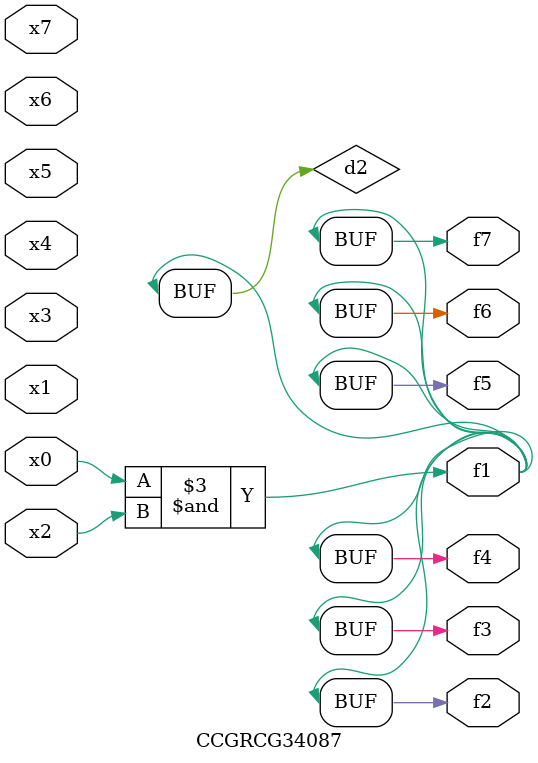
<source format=v>
module CCGRCG34087(
	input x0, x1, x2, x3, x4, x5, x6, x7,
	output f1, f2, f3, f4, f5, f6, f7
);

	wire d1, d2;

	nor (d1, x3, x6);
	and (d2, x0, x2);
	assign f1 = d2;
	assign f2 = d2;
	assign f3 = d2;
	assign f4 = d2;
	assign f5 = d2;
	assign f6 = d2;
	assign f7 = d2;
endmodule

</source>
